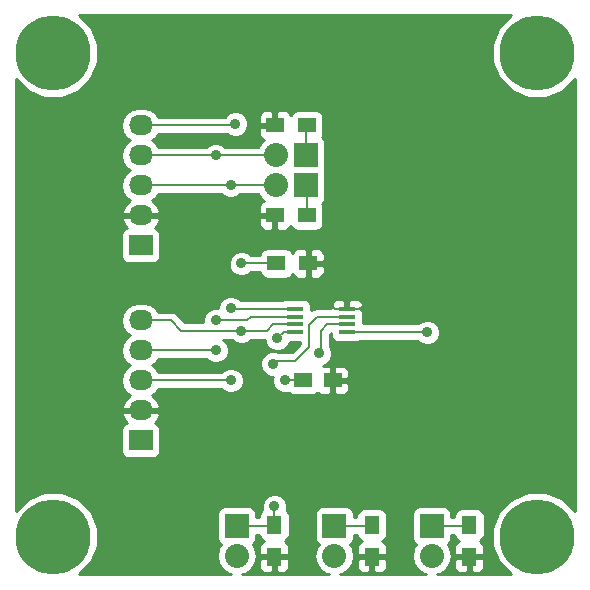
<source format=gtl>
G04 #@! TF.FileFunction,Copper,L1,Top,Signal*
%FSLAX46Y46*%
G04 Gerber Fmt 4.6, Leading zero omitted, Abs format (unit mm)*
G04 Created by KiCad (PCBNEW (after 2015-mar-04 BZR unknown)-product) date 10/13/2015 4:56:50 PM*
%MOMM*%
G01*
G04 APERTURE LIST*
%ADD10C,0.150000*%
%ADD11R,2.032000X2.032000*%
%ADD12O,2.032000X2.032000*%
%ADD13R,1.300000X1.500000*%
%ADD14R,1.500000X1.300000*%
%ADD15C,6.350000*%
%ADD16R,2.032000X1.727200*%
%ADD17O,2.032000X1.727200*%
%ADD18R,1.450000X0.450000*%
%ADD19R,1.500000X1.250000*%
%ADD20C,0.889000*%
%ADD21C,0.203200*%
%ADD22C,0.254000*%
G04 APERTURE END LIST*
D10*
D11*
X36068000Y-44069000D03*
D12*
X36068000Y-46609000D03*
D13*
X22733000Y-46689000D03*
X22733000Y-43989000D03*
X30988000Y-46689000D03*
X30988000Y-43989000D03*
X39243000Y-46689000D03*
X39243000Y-43989000D03*
D14*
X22780000Y-17780000D03*
X25480000Y-17780000D03*
X22780000Y-10160000D03*
X25480000Y-10160000D03*
D15*
X4000000Y-45000000D03*
X4000000Y-4000000D03*
X45000000Y-45000000D03*
X45000000Y-4000000D03*
D11*
X19558000Y-44069000D03*
D12*
X19558000Y-46609000D03*
D11*
X27813000Y-44069000D03*
D12*
X27813000Y-46609000D03*
D11*
X25400000Y-12700000D03*
D12*
X22860000Y-12700000D03*
D11*
X25400000Y-15240000D03*
D12*
X22860000Y-15240000D03*
D16*
X11430000Y-20320000D03*
D17*
X11430000Y-17780000D03*
X11430000Y-15240000D03*
X11430000Y-12700000D03*
X11430000Y-10160000D03*
D16*
X11430000Y-36830000D03*
D17*
X11430000Y-34290000D03*
X11430000Y-31750000D03*
X11430000Y-29210000D03*
X11430000Y-26670000D03*
D18*
X24470000Y-25695000D03*
X24470000Y-26345000D03*
X24470000Y-26995000D03*
X24470000Y-27645000D03*
X28870000Y-27645000D03*
X28870000Y-26995000D03*
X28870000Y-26345000D03*
X28870000Y-25695000D03*
D14*
X25607000Y-21844000D03*
X22907000Y-21844000D03*
D19*
X27666000Y-31750000D03*
X25166000Y-31750000D03*
D20*
X22606000Y-30353000D03*
X22733000Y-42418000D03*
X26543000Y-29464000D03*
X35687000Y-27686000D03*
X17780000Y-26670000D03*
X17780000Y-12700000D03*
X17780000Y-29210000D03*
X19050000Y-25654000D03*
X19050000Y-15240000D03*
X19050000Y-31750000D03*
X23622000Y-31750000D03*
X22987000Y-28194000D03*
X19939000Y-21844000D03*
X19939000Y-27559000D03*
X19431000Y-10033000D03*
D21*
X27686000Y-25527000D02*
X27686000Y-22860000D01*
X27854000Y-25695000D02*
X27686000Y-25527000D01*
X28870000Y-25695000D02*
X27854000Y-25695000D01*
X26670000Y-21844000D02*
X25607000Y-21844000D01*
X27686000Y-22860000D02*
X26670000Y-21844000D01*
X28870000Y-25695000D02*
X29931000Y-25695000D01*
X29931000Y-25695000D02*
X29972000Y-25654000D01*
X22733000Y-43989000D02*
X22733000Y-42418000D01*
X26360000Y-26345000D02*
X28870000Y-26345000D01*
X25654000Y-27051000D02*
X26360000Y-26345000D01*
X25654000Y-28956000D02*
X25654000Y-27051000D01*
X24511000Y-30099000D02*
X25654000Y-28956000D01*
X22860000Y-30099000D02*
X24511000Y-30099000D01*
X22606000Y-30353000D02*
X22860000Y-30099000D01*
X19558000Y-44069000D02*
X22653000Y-44069000D01*
X22653000Y-44069000D02*
X22733000Y-43989000D01*
X27234000Y-26995000D02*
X28870000Y-26995000D01*
X26670000Y-27559000D02*
X27234000Y-26995000D01*
X26670000Y-29337000D02*
X26670000Y-27559000D01*
X26543000Y-29464000D02*
X26670000Y-29337000D01*
X27813000Y-44069000D02*
X30908000Y-44069000D01*
X30908000Y-44069000D02*
X30988000Y-43989000D01*
X35687000Y-27686000D02*
X35687000Y-27645000D01*
X28870000Y-27645000D02*
X35687000Y-27645000D01*
X39163000Y-44069000D02*
X39243000Y-43989000D01*
X36068000Y-44069000D02*
X39163000Y-44069000D01*
X24470000Y-26345000D02*
X20772000Y-26345000D01*
X20447000Y-26670000D02*
X17780000Y-26670000D01*
X20772000Y-26345000D02*
X20447000Y-26670000D01*
X11430000Y-29210000D02*
X17780000Y-29210000D01*
X11430000Y-12700000D02*
X17780000Y-12700000D01*
X17780000Y-12700000D02*
X22860000Y-12700000D01*
X24470000Y-25695000D02*
X19091000Y-25695000D01*
X19091000Y-25695000D02*
X19050000Y-25654000D01*
X11430000Y-31750000D02*
X19050000Y-31750000D01*
X11430000Y-15240000D02*
X19050000Y-15240000D01*
X19050000Y-15240000D02*
X22860000Y-15240000D01*
X25166000Y-31750000D02*
X23622000Y-31750000D01*
X24470000Y-27645000D02*
X23536000Y-27645000D01*
X23536000Y-27645000D02*
X22987000Y-28194000D01*
X22907000Y-21844000D02*
X19939000Y-21844000D01*
X11430000Y-10160000D02*
X19304000Y-10160000D01*
X19304000Y-10160000D02*
X19431000Y-10033000D01*
X24470000Y-26995000D02*
X22662000Y-26995000D01*
X13970000Y-26670000D02*
X11430000Y-26670000D01*
X14859000Y-27559000D02*
X13970000Y-26670000D01*
X22098000Y-27559000D02*
X19939000Y-27559000D01*
X19939000Y-27559000D02*
X14859000Y-27559000D01*
X22662000Y-26995000D02*
X22098000Y-27559000D01*
X25400000Y-12700000D02*
X25400000Y-10240000D01*
X25400000Y-10240000D02*
X25480000Y-10160000D01*
X25607000Y-11985000D02*
X25527000Y-12065000D01*
X25480000Y-17780000D02*
X25480000Y-15320000D01*
X25480000Y-15320000D02*
X25400000Y-15240000D01*
D22*
G36*
X48174500Y-42787183D02*
X47161009Y-41771923D01*
X45761181Y-41190663D01*
X44245469Y-41189340D01*
X42844628Y-41768156D01*
X41771923Y-42838991D01*
X41190663Y-44238819D01*
X41189340Y-45754531D01*
X41768156Y-47155372D01*
X42785507Y-48174500D01*
X40528000Y-48174500D01*
X40528000Y-47565309D01*
X40528000Y-46974750D01*
X40369250Y-46816000D01*
X39370000Y-46816000D01*
X39370000Y-47915250D01*
X39528750Y-48074000D01*
X39766691Y-48074000D01*
X40019310Y-48074000D01*
X40252699Y-47977327D01*
X40431327Y-47798698D01*
X40528000Y-47565309D01*
X40528000Y-48174500D01*
X39116000Y-48174500D01*
X39116000Y-47915250D01*
X39116000Y-46816000D01*
X38116750Y-46816000D01*
X37958000Y-46974750D01*
X37958000Y-47565309D01*
X38054673Y-47798698D01*
X38233301Y-47977327D01*
X38466690Y-48074000D01*
X38719309Y-48074000D01*
X38957250Y-48074000D01*
X39116000Y-47915250D01*
X39116000Y-48174500D01*
X36530181Y-48174500D01*
X36732155Y-48134325D01*
X37267778Y-47776433D01*
X37625670Y-47240810D01*
X37751345Y-46609000D01*
X37625670Y-45977190D01*
X37398830Y-45637701D01*
X37538927Y-45545673D01*
X37681377Y-45334640D01*
X37731440Y-45085000D01*
X37731440Y-44805600D01*
X37958481Y-44805600D01*
X37992537Y-44981123D01*
X38132327Y-45193927D01*
X38343360Y-45336377D01*
X38373791Y-45342479D01*
X38233301Y-45400673D01*
X38054673Y-45579302D01*
X37958000Y-45812691D01*
X37958000Y-46403250D01*
X38116750Y-46562000D01*
X39116000Y-46562000D01*
X39116000Y-46542000D01*
X39370000Y-46542000D01*
X39370000Y-46562000D01*
X40369250Y-46562000D01*
X40528000Y-46403250D01*
X40528000Y-45812691D01*
X40431327Y-45579302D01*
X40252699Y-45400673D01*
X40114557Y-45343453D01*
X40135123Y-45339463D01*
X40347927Y-45199673D01*
X40490377Y-44988640D01*
X40540440Y-44739000D01*
X40540440Y-43239000D01*
X40493463Y-42996877D01*
X40353673Y-42784073D01*
X40142640Y-42641623D01*
X39893000Y-42591560D01*
X38593000Y-42591560D01*
X38350877Y-42638537D01*
X38138073Y-42778327D01*
X37995623Y-42989360D01*
X37945560Y-43239000D01*
X37945560Y-43332400D01*
X37731440Y-43332400D01*
X37731440Y-43053000D01*
X37684463Y-42810877D01*
X37544673Y-42598073D01*
X37333640Y-42455623D01*
X37084000Y-42405560D01*
X36766687Y-42405560D01*
X36766687Y-27472216D01*
X36602689Y-27075311D01*
X36299286Y-26771378D01*
X35902668Y-26606687D01*
X35473216Y-26606313D01*
X35076311Y-26770311D01*
X34937980Y-26908400D01*
X30242440Y-26908400D01*
X30242440Y-26770000D01*
X30222717Y-26668347D01*
X30242440Y-26570000D01*
X30242440Y-26120000D01*
X30228735Y-26049363D01*
X30230000Y-26046310D01*
X30230000Y-25966250D01*
X30208422Y-25944672D01*
X30195463Y-25877877D01*
X30055673Y-25665073D01*
X29933344Y-25582500D01*
X30071250Y-25582500D01*
X30230000Y-25423750D01*
X30230000Y-25343690D01*
X30133327Y-25110301D01*
X29954698Y-24931673D01*
X29721309Y-24835000D01*
X29155750Y-24835000D01*
X28997000Y-24993750D01*
X28997000Y-25472560D01*
X28743000Y-25472560D01*
X28743000Y-24993750D01*
X28584250Y-24835000D01*
X28018691Y-24835000D01*
X27785302Y-24931673D01*
X27606673Y-25110301D01*
X27510000Y-25343690D01*
X27510000Y-25423750D01*
X27654248Y-25567998D01*
X27510000Y-25567998D01*
X27510000Y-25608400D01*
X27063440Y-25608400D01*
X27063440Y-16256000D01*
X27063440Y-14224000D01*
X27016463Y-13981877D01*
X27009535Y-13971331D01*
X27013377Y-13965640D01*
X27063440Y-13716000D01*
X27063440Y-11684000D01*
X27016463Y-11441877D01*
X26876673Y-11229073D01*
X26764237Y-11153177D01*
X26827377Y-11059640D01*
X26877440Y-10810000D01*
X26877440Y-9510000D01*
X26830463Y-9267877D01*
X26690673Y-9055073D01*
X26479640Y-8912623D01*
X26230000Y-8862560D01*
X24730000Y-8862560D01*
X24487877Y-8909537D01*
X24275073Y-9049327D01*
X24132623Y-9260360D01*
X24126520Y-9290791D01*
X24068327Y-9150301D01*
X23889698Y-8971673D01*
X23656309Y-8875000D01*
X23065750Y-8875000D01*
X22907000Y-9033750D01*
X22907000Y-10033000D01*
X22927000Y-10033000D01*
X22927000Y-10287000D01*
X22907000Y-10287000D01*
X22907000Y-10307000D01*
X22653000Y-10307000D01*
X22653000Y-10287000D01*
X22653000Y-10033000D01*
X22653000Y-9033750D01*
X22494250Y-8875000D01*
X21903691Y-8875000D01*
X21670302Y-8971673D01*
X21491673Y-9150301D01*
X21395000Y-9383690D01*
X21395000Y-9636309D01*
X21395000Y-9874250D01*
X21553750Y-10033000D01*
X22653000Y-10033000D01*
X22653000Y-10287000D01*
X21553750Y-10287000D01*
X21395000Y-10445750D01*
X21395000Y-10683691D01*
X21395000Y-10936310D01*
X21491673Y-11169699D01*
X21670302Y-11348327D01*
X21824379Y-11412147D01*
X21692567Y-11500222D01*
X21383081Y-11963400D01*
X18569997Y-11963400D01*
X18392286Y-11785378D01*
X17995668Y-11620687D01*
X17566216Y-11620313D01*
X17169311Y-11784311D01*
X16989909Y-11963400D01*
X12890283Y-11963400D01*
X12674415Y-11640330D01*
X12359634Y-11430000D01*
X12674415Y-11219670D01*
X12890283Y-10896600D01*
X18767780Y-10896600D01*
X18818714Y-10947622D01*
X19215332Y-11112313D01*
X19644784Y-11112687D01*
X20041689Y-10948689D01*
X20345622Y-10645286D01*
X20510313Y-10248668D01*
X20510687Y-9819216D01*
X20346689Y-9422311D01*
X20043286Y-9118378D01*
X19646668Y-8953687D01*
X19217216Y-8953313D01*
X18820311Y-9117311D01*
X18516378Y-9420714D01*
X18515262Y-9423400D01*
X12890283Y-9423400D01*
X12674415Y-9100330D01*
X12188234Y-8775474D01*
X11614745Y-8661400D01*
X11245255Y-8661400D01*
X10671766Y-8775474D01*
X10185585Y-9100330D01*
X9860729Y-9586511D01*
X9746655Y-10160000D01*
X9860729Y-10733489D01*
X10185585Y-11219670D01*
X10500365Y-11430000D01*
X10185585Y-11640330D01*
X9860729Y-12126511D01*
X9746655Y-12700000D01*
X9860729Y-13273489D01*
X10185585Y-13759670D01*
X10500365Y-13970000D01*
X10185585Y-14180330D01*
X9860729Y-14666511D01*
X9746655Y-15240000D01*
X9860729Y-15813489D01*
X10185585Y-16299670D01*
X10495069Y-16506460D01*
X10079268Y-16877964D01*
X9825291Y-17405209D01*
X9822642Y-17420974D01*
X9943783Y-17653000D01*
X11303000Y-17653000D01*
X11303000Y-17633000D01*
X11557000Y-17633000D01*
X11557000Y-17653000D01*
X12916217Y-17653000D01*
X13037358Y-17420974D01*
X13034709Y-17405209D01*
X12780732Y-16877964D01*
X12364930Y-16506460D01*
X12674415Y-16299670D01*
X12890283Y-15976600D01*
X18260002Y-15976600D01*
X18437714Y-16154622D01*
X18834332Y-16319313D01*
X19263784Y-16319687D01*
X19660689Y-16155689D01*
X19840090Y-15976600D01*
X21383081Y-15976600D01*
X21692567Y-16439778D01*
X21824379Y-16527852D01*
X21670302Y-16591673D01*
X21491673Y-16770301D01*
X21395000Y-17003690D01*
X21395000Y-17256309D01*
X21395000Y-17494250D01*
X21553750Y-17653000D01*
X22653000Y-17653000D01*
X22653000Y-17633000D01*
X22907000Y-17633000D01*
X22907000Y-17653000D01*
X22927000Y-17653000D01*
X22927000Y-17907000D01*
X22907000Y-17907000D01*
X22907000Y-18906250D01*
X23065750Y-19065000D01*
X23656309Y-19065000D01*
X23889698Y-18968327D01*
X24068327Y-18789699D01*
X24125546Y-18651557D01*
X24129537Y-18672123D01*
X24269327Y-18884927D01*
X24480360Y-19027377D01*
X24730000Y-19077440D01*
X26230000Y-19077440D01*
X26472123Y-19030463D01*
X26684927Y-18890673D01*
X26827377Y-18679640D01*
X26877440Y-18430000D01*
X26877440Y-17130000D01*
X26830463Y-16887877D01*
X26764097Y-16786848D01*
X26870927Y-16716673D01*
X27013377Y-16505640D01*
X27063440Y-16256000D01*
X27063440Y-25608400D01*
X26992000Y-25608400D01*
X26992000Y-22620310D01*
X26992000Y-22367691D01*
X26992000Y-22129750D01*
X26992000Y-21558250D01*
X26992000Y-21320309D01*
X26992000Y-21067690D01*
X26895327Y-20834301D01*
X26716698Y-20655673D01*
X26483309Y-20559000D01*
X25892750Y-20559000D01*
X25734000Y-20717750D01*
X25734000Y-21717000D01*
X26833250Y-21717000D01*
X26992000Y-21558250D01*
X26992000Y-22129750D01*
X26833250Y-21971000D01*
X25734000Y-21971000D01*
X25734000Y-22970250D01*
X25892750Y-23129000D01*
X26483309Y-23129000D01*
X26716698Y-23032327D01*
X26895327Y-22853699D01*
X26992000Y-22620310D01*
X26992000Y-25608400D01*
X26360000Y-25608400D01*
X26078115Y-25664470D01*
X25842440Y-25821943D01*
X25842440Y-25470000D01*
X25795463Y-25227877D01*
X25655673Y-25015073D01*
X25480000Y-24896491D01*
X25480000Y-22970250D01*
X25480000Y-21971000D01*
X25460000Y-21971000D01*
X25460000Y-21717000D01*
X25480000Y-21717000D01*
X25480000Y-20717750D01*
X25321250Y-20559000D01*
X24730691Y-20559000D01*
X24497302Y-20655673D01*
X24318673Y-20834301D01*
X24261453Y-20972442D01*
X24257463Y-20951877D01*
X24117673Y-20739073D01*
X23906640Y-20596623D01*
X23657000Y-20546560D01*
X22653000Y-20546560D01*
X22653000Y-18906250D01*
X22653000Y-17907000D01*
X21553750Y-17907000D01*
X21395000Y-18065750D01*
X21395000Y-18303691D01*
X21395000Y-18556310D01*
X21491673Y-18789699D01*
X21670302Y-18968327D01*
X21903691Y-19065000D01*
X22494250Y-19065000D01*
X22653000Y-18906250D01*
X22653000Y-20546560D01*
X22157000Y-20546560D01*
X21914877Y-20593537D01*
X21702073Y-20733327D01*
X21559623Y-20944360D01*
X21526926Y-21107400D01*
X20728997Y-21107400D01*
X20551286Y-20929378D01*
X20154668Y-20764687D01*
X19725216Y-20764313D01*
X19328311Y-20928311D01*
X19024378Y-21231714D01*
X18859687Y-21628332D01*
X18859313Y-22057784D01*
X19023311Y-22454689D01*
X19326714Y-22758622D01*
X19723332Y-22923313D01*
X20152784Y-22923687D01*
X20549689Y-22759689D01*
X20729090Y-22580600D01*
X21526362Y-22580600D01*
X21556537Y-22736123D01*
X21696327Y-22948927D01*
X21907360Y-23091377D01*
X22157000Y-23141440D01*
X23657000Y-23141440D01*
X23899123Y-23094463D01*
X24111927Y-22954673D01*
X24254377Y-22743640D01*
X24260479Y-22713208D01*
X24318673Y-22853699D01*
X24497302Y-23032327D01*
X24730691Y-23129000D01*
X25321250Y-23129000D01*
X25480000Y-22970250D01*
X25480000Y-24896491D01*
X25444640Y-24872623D01*
X25195000Y-24822560D01*
X23745000Y-24822560D01*
X23502877Y-24869537D01*
X23367599Y-24958400D01*
X19880926Y-24958400D01*
X19662286Y-24739378D01*
X19265668Y-24574687D01*
X18836216Y-24574313D01*
X18439311Y-24738311D01*
X18135378Y-25041714D01*
X17970687Y-25438332D01*
X17970554Y-25590665D01*
X17566216Y-25590313D01*
X17169311Y-25754311D01*
X16865378Y-26057714D01*
X16700687Y-26454332D01*
X16700366Y-26822400D01*
X15164110Y-26822400D01*
X14490855Y-26149145D01*
X14251885Y-25989470D01*
X13970000Y-25933400D01*
X13093440Y-25933400D01*
X13093440Y-21183600D01*
X13093440Y-19456400D01*
X13046463Y-19214277D01*
X12906673Y-19001473D01*
X12695640Y-18859023D01*
X12603354Y-18840516D01*
X12780732Y-18682036D01*
X13034709Y-18154791D01*
X13037358Y-18139026D01*
X12916217Y-17907000D01*
X11557000Y-17907000D01*
X11557000Y-17927000D01*
X11303000Y-17927000D01*
X11303000Y-17907000D01*
X9943783Y-17907000D01*
X9822642Y-18139026D01*
X9825291Y-18154791D01*
X10079268Y-18682036D01*
X10255701Y-18839673D01*
X10171877Y-18855937D01*
X9959073Y-18995727D01*
X9816623Y-19206760D01*
X9766560Y-19456400D01*
X9766560Y-21183600D01*
X9813537Y-21425723D01*
X9953327Y-21638527D01*
X10164360Y-21780977D01*
X10414000Y-21831040D01*
X12446000Y-21831040D01*
X12688123Y-21784063D01*
X12900927Y-21644273D01*
X13043377Y-21433240D01*
X13093440Y-21183600D01*
X13093440Y-25933400D01*
X12890283Y-25933400D01*
X12674415Y-25610330D01*
X12188234Y-25285474D01*
X11614745Y-25171400D01*
X11245255Y-25171400D01*
X10671766Y-25285474D01*
X10185585Y-25610330D01*
X9860729Y-26096511D01*
X9746655Y-26670000D01*
X9860729Y-27243489D01*
X10185585Y-27729670D01*
X10500365Y-27940000D01*
X10185585Y-28150330D01*
X9860729Y-28636511D01*
X9746655Y-29210000D01*
X9860729Y-29783489D01*
X10185585Y-30269670D01*
X10500365Y-30480000D01*
X10185585Y-30690330D01*
X9860729Y-31176511D01*
X9746655Y-31750000D01*
X9860729Y-32323489D01*
X10185585Y-32809670D01*
X10495069Y-33016460D01*
X10079268Y-33387964D01*
X9825291Y-33915209D01*
X9822642Y-33930974D01*
X9943783Y-34163000D01*
X11303000Y-34163000D01*
X11303000Y-34143000D01*
X11557000Y-34143000D01*
X11557000Y-34163000D01*
X12916217Y-34163000D01*
X13037358Y-33930974D01*
X13034709Y-33915209D01*
X12780732Y-33387964D01*
X12364930Y-33016460D01*
X12674415Y-32809670D01*
X12890283Y-32486600D01*
X18260002Y-32486600D01*
X18437714Y-32664622D01*
X18834332Y-32829313D01*
X19263784Y-32829687D01*
X19660689Y-32665689D01*
X19964622Y-32362286D01*
X20129313Y-31965668D01*
X20129687Y-31536216D01*
X19965689Y-31139311D01*
X19662286Y-30835378D01*
X19265668Y-30670687D01*
X18836216Y-30670313D01*
X18439311Y-30834311D01*
X18259909Y-31013400D01*
X12890283Y-31013400D01*
X12674415Y-30690330D01*
X12359634Y-30480000D01*
X12674415Y-30269670D01*
X12890283Y-29946600D01*
X16990002Y-29946600D01*
X17167714Y-30124622D01*
X17564332Y-30289313D01*
X17993784Y-30289687D01*
X18390689Y-30125689D01*
X18694622Y-29822286D01*
X18859313Y-29425668D01*
X18859687Y-28996216D01*
X18695689Y-28599311D01*
X18392507Y-28295600D01*
X19149002Y-28295600D01*
X19326714Y-28473622D01*
X19723332Y-28638313D01*
X20152784Y-28638687D01*
X20549689Y-28474689D01*
X20729090Y-28295600D01*
X21907410Y-28295600D01*
X21907313Y-28407784D01*
X22071311Y-28804689D01*
X22374714Y-29108622D01*
X22771332Y-29273313D01*
X23200784Y-29273687D01*
X23597689Y-29109689D01*
X23901622Y-28806286D01*
X24021561Y-28517440D01*
X24917400Y-28517440D01*
X24917400Y-28650890D01*
X24205890Y-29362400D01*
X23035311Y-29362400D01*
X22821668Y-29273687D01*
X22392216Y-29273313D01*
X21995311Y-29437311D01*
X21691378Y-29740714D01*
X21526687Y-30137332D01*
X21526313Y-30566784D01*
X21690311Y-30963689D01*
X21993714Y-31267622D01*
X22390332Y-31432313D01*
X22584978Y-31432482D01*
X22542687Y-31534332D01*
X22542313Y-31963784D01*
X22706311Y-32360689D01*
X23009714Y-32664622D01*
X23406332Y-32829313D01*
X23835784Y-32829687D01*
X23929682Y-32790888D01*
X23955327Y-32829927D01*
X24166360Y-32972377D01*
X24416000Y-33022440D01*
X25916000Y-33022440D01*
X26158123Y-32975463D01*
X26370927Y-32835673D01*
X26414337Y-32771362D01*
X26556302Y-32913327D01*
X26789691Y-33010000D01*
X27380250Y-33010000D01*
X27539000Y-32851250D01*
X27539000Y-31877000D01*
X27519000Y-31877000D01*
X27519000Y-31623000D01*
X27539000Y-31623000D01*
X27539000Y-30648750D01*
X27380250Y-30490000D01*
X26886716Y-30490000D01*
X27153689Y-30379689D01*
X27457622Y-30076286D01*
X27622313Y-29679668D01*
X27622687Y-29250216D01*
X27458689Y-28853311D01*
X27406600Y-28801131D01*
X27406600Y-27864110D01*
X27497560Y-27773150D01*
X27497560Y-27870000D01*
X27544537Y-28112123D01*
X27684327Y-28324927D01*
X27895360Y-28467377D01*
X28145000Y-28517440D01*
X29595000Y-28517440D01*
X29837123Y-28470463D01*
X29972400Y-28381600D01*
X34856073Y-28381600D01*
X35074714Y-28600622D01*
X35471332Y-28765313D01*
X35900784Y-28765687D01*
X36297689Y-28601689D01*
X36601622Y-28298286D01*
X36766313Y-27901668D01*
X36766687Y-27472216D01*
X36766687Y-42405560D01*
X35052000Y-42405560D01*
X34809877Y-42452537D01*
X34597073Y-42592327D01*
X34454623Y-42803360D01*
X34404560Y-43053000D01*
X34404560Y-45085000D01*
X34451537Y-45327123D01*
X34591327Y-45539927D01*
X34736860Y-45638163D01*
X34510330Y-45977190D01*
X34384655Y-46609000D01*
X34510330Y-47240810D01*
X34868222Y-47776433D01*
X35403845Y-48134325D01*
X35605818Y-48174500D01*
X32273000Y-48174500D01*
X32273000Y-47565309D01*
X32273000Y-46974750D01*
X32114250Y-46816000D01*
X31115000Y-46816000D01*
X31115000Y-47915250D01*
X31273750Y-48074000D01*
X31511691Y-48074000D01*
X31764310Y-48074000D01*
X31997699Y-47977327D01*
X32176327Y-47798698D01*
X32273000Y-47565309D01*
X32273000Y-48174500D01*
X30861000Y-48174500D01*
X30861000Y-47915250D01*
X30861000Y-46816000D01*
X29861750Y-46816000D01*
X29703000Y-46974750D01*
X29703000Y-47565309D01*
X29799673Y-47798698D01*
X29978301Y-47977327D01*
X30211690Y-48074000D01*
X30464309Y-48074000D01*
X30702250Y-48074000D01*
X30861000Y-47915250D01*
X30861000Y-48174500D01*
X28275181Y-48174500D01*
X28477155Y-48134325D01*
X29012778Y-47776433D01*
X29370670Y-47240810D01*
X29496345Y-46609000D01*
X29370670Y-45977190D01*
X29143830Y-45637701D01*
X29283927Y-45545673D01*
X29426377Y-45334640D01*
X29476440Y-45085000D01*
X29476440Y-44805600D01*
X29703481Y-44805600D01*
X29737537Y-44981123D01*
X29877327Y-45193927D01*
X30088360Y-45336377D01*
X30118791Y-45342479D01*
X29978301Y-45400673D01*
X29799673Y-45579302D01*
X29703000Y-45812691D01*
X29703000Y-46403250D01*
X29861750Y-46562000D01*
X30861000Y-46562000D01*
X30861000Y-46542000D01*
X31115000Y-46542000D01*
X31115000Y-46562000D01*
X32114250Y-46562000D01*
X32273000Y-46403250D01*
X32273000Y-45812691D01*
X32176327Y-45579302D01*
X31997699Y-45400673D01*
X31859557Y-45343453D01*
X31880123Y-45339463D01*
X32092927Y-45199673D01*
X32235377Y-44988640D01*
X32285440Y-44739000D01*
X32285440Y-43239000D01*
X32238463Y-42996877D01*
X32098673Y-42784073D01*
X31887640Y-42641623D01*
X31638000Y-42591560D01*
X30338000Y-42591560D01*
X30095877Y-42638537D01*
X29883073Y-42778327D01*
X29740623Y-42989360D01*
X29690560Y-43239000D01*
X29690560Y-43332400D01*
X29476440Y-43332400D01*
X29476440Y-43053000D01*
X29429463Y-42810877D01*
X29289673Y-42598073D01*
X29078640Y-42455623D01*
X29051000Y-42450080D01*
X29051000Y-32501310D01*
X29051000Y-32248691D01*
X29051000Y-32035750D01*
X29051000Y-31464250D01*
X29051000Y-31251309D01*
X29051000Y-30998690D01*
X28954327Y-30765301D01*
X28775698Y-30586673D01*
X28542309Y-30490000D01*
X27951750Y-30490000D01*
X27793000Y-30648750D01*
X27793000Y-31623000D01*
X28892250Y-31623000D01*
X29051000Y-31464250D01*
X29051000Y-32035750D01*
X28892250Y-31877000D01*
X27793000Y-31877000D01*
X27793000Y-32851250D01*
X27951750Y-33010000D01*
X28542309Y-33010000D01*
X28775698Y-32913327D01*
X28954327Y-32734699D01*
X29051000Y-32501310D01*
X29051000Y-42450080D01*
X28829000Y-42405560D01*
X26797000Y-42405560D01*
X26554877Y-42452537D01*
X26342073Y-42592327D01*
X26199623Y-42803360D01*
X26149560Y-43053000D01*
X26149560Y-45085000D01*
X26196537Y-45327123D01*
X26336327Y-45539927D01*
X26481860Y-45638163D01*
X26255330Y-45977190D01*
X26129655Y-46609000D01*
X26255330Y-47240810D01*
X26613222Y-47776433D01*
X27148845Y-48134325D01*
X27350818Y-48174500D01*
X24018000Y-48174500D01*
X24018000Y-47565309D01*
X24018000Y-46974750D01*
X23859250Y-46816000D01*
X22860000Y-46816000D01*
X22860000Y-47915250D01*
X23018750Y-48074000D01*
X23256691Y-48074000D01*
X23509310Y-48074000D01*
X23742699Y-47977327D01*
X23921327Y-47798698D01*
X24018000Y-47565309D01*
X24018000Y-48174500D01*
X22606000Y-48174500D01*
X22606000Y-47915250D01*
X22606000Y-46816000D01*
X21606750Y-46816000D01*
X21448000Y-46974750D01*
X21448000Y-47565309D01*
X21544673Y-47798698D01*
X21723301Y-47977327D01*
X21956690Y-48074000D01*
X22209309Y-48074000D01*
X22447250Y-48074000D01*
X22606000Y-47915250D01*
X22606000Y-48174500D01*
X20020181Y-48174500D01*
X20222155Y-48134325D01*
X20757778Y-47776433D01*
X21115670Y-47240810D01*
X21241345Y-46609000D01*
X21115670Y-45977190D01*
X20888830Y-45637701D01*
X21028927Y-45545673D01*
X21171377Y-45334640D01*
X21221440Y-45085000D01*
X21221440Y-44805600D01*
X21448481Y-44805600D01*
X21482537Y-44981123D01*
X21622327Y-45193927D01*
X21833360Y-45336377D01*
X21863791Y-45342479D01*
X21723301Y-45400673D01*
X21544673Y-45579302D01*
X21448000Y-45812691D01*
X21448000Y-46403250D01*
X21606750Y-46562000D01*
X22606000Y-46562000D01*
X22606000Y-46542000D01*
X22860000Y-46542000D01*
X22860000Y-46562000D01*
X23859250Y-46562000D01*
X24018000Y-46403250D01*
X24018000Y-45812691D01*
X23921327Y-45579302D01*
X23742699Y-45400673D01*
X23604557Y-45343453D01*
X23625123Y-45339463D01*
X23837927Y-45199673D01*
X23980377Y-44988640D01*
X24030440Y-44739000D01*
X24030440Y-43239000D01*
X23983463Y-42996877D01*
X23843673Y-42784073D01*
X23770397Y-42734611D01*
X23812313Y-42633668D01*
X23812687Y-42204216D01*
X23648689Y-41807311D01*
X23345286Y-41503378D01*
X22948668Y-41338687D01*
X22519216Y-41338313D01*
X22122311Y-41502311D01*
X21818378Y-41805714D01*
X21653687Y-42202332D01*
X21653313Y-42631784D01*
X21695548Y-42734002D01*
X21628073Y-42778327D01*
X21485623Y-42989360D01*
X21435560Y-43239000D01*
X21435560Y-43332400D01*
X21221440Y-43332400D01*
X21221440Y-43053000D01*
X21174463Y-42810877D01*
X21034673Y-42598073D01*
X20823640Y-42455623D01*
X20574000Y-42405560D01*
X18542000Y-42405560D01*
X18299877Y-42452537D01*
X18087073Y-42592327D01*
X17944623Y-42803360D01*
X17894560Y-43053000D01*
X17894560Y-45085000D01*
X17941537Y-45327123D01*
X18081327Y-45539927D01*
X18226860Y-45638163D01*
X18000330Y-45977190D01*
X17874655Y-46609000D01*
X18000330Y-47240810D01*
X18358222Y-47776433D01*
X18893845Y-48134325D01*
X19095818Y-48174500D01*
X13093440Y-48174500D01*
X13093440Y-37693600D01*
X13093440Y-35966400D01*
X13046463Y-35724277D01*
X12906673Y-35511473D01*
X12695640Y-35369023D01*
X12603354Y-35350516D01*
X12780732Y-35192036D01*
X13034709Y-34664791D01*
X13037358Y-34649026D01*
X12916217Y-34417000D01*
X11557000Y-34417000D01*
X11557000Y-34437000D01*
X11303000Y-34437000D01*
X11303000Y-34417000D01*
X9943783Y-34417000D01*
X9822642Y-34649026D01*
X9825291Y-34664791D01*
X10079268Y-35192036D01*
X10255701Y-35349673D01*
X10171877Y-35365937D01*
X9959073Y-35505727D01*
X9816623Y-35716760D01*
X9766560Y-35966400D01*
X9766560Y-37693600D01*
X9813537Y-37935723D01*
X9953327Y-38148527D01*
X10164360Y-38290977D01*
X10414000Y-38341040D01*
X12446000Y-38341040D01*
X12688123Y-38294063D01*
X12900927Y-38154273D01*
X13043377Y-37943240D01*
X13093440Y-37693600D01*
X13093440Y-48174500D01*
X6212816Y-48174500D01*
X7228077Y-47161009D01*
X7809337Y-45761181D01*
X7810660Y-44245469D01*
X7231844Y-42844628D01*
X6161009Y-41771923D01*
X4761181Y-41190663D01*
X3245469Y-41189340D01*
X1844628Y-41768156D01*
X825500Y-42785507D01*
X825500Y-6212816D01*
X1838991Y-7228077D01*
X3238819Y-7809337D01*
X4754531Y-7810660D01*
X6155372Y-7231844D01*
X7228077Y-6161009D01*
X7809337Y-4761181D01*
X7810660Y-3245469D01*
X7231844Y-1844628D01*
X6214492Y-825500D01*
X42787183Y-825500D01*
X41771923Y-1838991D01*
X41190663Y-3238819D01*
X41189340Y-4754531D01*
X41768156Y-6155372D01*
X42838991Y-7228077D01*
X44238819Y-7809337D01*
X45754531Y-7810660D01*
X47155372Y-7231844D01*
X48174500Y-6214492D01*
X48174500Y-42787183D01*
X48174500Y-42787183D01*
G37*
X48174500Y-42787183D02*
X47161009Y-41771923D01*
X45761181Y-41190663D01*
X44245469Y-41189340D01*
X42844628Y-41768156D01*
X41771923Y-42838991D01*
X41190663Y-44238819D01*
X41189340Y-45754531D01*
X41768156Y-47155372D01*
X42785507Y-48174500D01*
X40528000Y-48174500D01*
X40528000Y-47565309D01*
X40528000Y-46974750D01*
X40369250Y-46816000D01*
X39370000Y-46816000D01*
X39370000Y-47915250D01*
X39528750Y-48074000D01*
X39766691Y-48074000D01*
X40019310Y-48074000D01*
X40252699Y-47977327D01*
X40431327Y-47798698D01*
X40528000Y-47565309D01*
X40528000Y-48174500D01*
X39116000Y-48174500D01*
X39116000Y-47915250D01*
X39116000Y-46816000D01*
X38116750Y-46816000D01*
X37958000Y-46974750D01*
X37958000Y-47565309D01*
X38054673Y-47798698D01*
X38233301Y-47977327D01*
X38466690Y-48074000D01*
X38719309Y-48074000D01*
X38957250Y-48074000D01*
X39116000Y-47915250D01*
X39116000Y-48174500D01*
X36530181Y-48174500D01*
X36732155Y-48134325D01*
X37267778Y-47776433D01*
X37625670Y-47240810D01*
X37751345Y-46609000D01*
X37625670Y-45977190D01*
X37398830Y-45637701D01*
X37538927Y-45545673D01*
X37681377Y-45334640D01*
X37731440Y-45085000D01*
X37731440Y-44805600D01*
X37958481Y-44805600D01*
X37992537Y-44981123D01*
X38132327Y-45193927D01*
X38343360Y-45336377D01*
X38373791Y-45342479D01*
X38233301Y-45400673D01*
X38054673Y-45579302D01*
X37958000Y-45812691D01*
X37958000Y-46403250D01*
X38116750Y-46562000D01*
X39116000Y-46562000D01*
X39116000Y-46542000D01*
X39370000Y-46542000D01*
X39370000Y-46562000D01*
X40369250Y-46562000D01*
X40528000Y-46403250D01*
X40528000Y-45812691D01*
X40431327Y-45579302D01*
X40252699Y-45400673D01*
X40114557Y-45343453D01*
X40135123Y-45339463D01*
X40347927Y-45199673D01*
X40490377Y-44988640D01*
X40540440Y-44739000D01*
X40540440Y-43239000D01*
X40493463Y-42996877D01*
X40353673Y-42784073D01*
X40142640Y-42641623D01*
X39893000Y-42591560D01*
X38593000Y-42591560D01*
X38350877Y-42638537D01*
X38138073Y-42778327D01*
X37995623Y-42989360D01*
X37945560Y-43239000D01*
X37945560Y-43332400D01*
X37731440Y-43332400D01*
X37731440Y-43053000D01*
X37684463Y-42810877D01*
X37544673Y-42598073D01*
X37333640Y-42455623D01*
X37084000Y-42405560D01*
X36766687Y-42405560D01*
X36766687Y-27472216D01*
X36602689Y-27075311D01*
X36299286Y-26771378D01*
X35902668Y-26606687D01*
X35473216Y-26606313D01*
X35076311Y-26770311D01*
X34937980Y-26908400D01*
X30242440Y-26908400D01*
X30242440Y-26770000D01*
X30222717Y-26668347D01*
X30242440Y-26570000D01*
X30242440Y-26120000D01*
X30228735Y-26049363D01*
X30230000Y-26046310D01*
X30230000Y-25966250D01*
X30208422Y-25944672D01*
X30195463Y-25877877D01*
X30055673Y-25665073D01*
X29933344Y-25582500D01*
X30071250Y-25582500D01*
X30230000Y-25423750D01*
X30230000Y-25343690D01*
X30133327Y-25110301D01*
X29954698Y-24931673D01*
X29721309Y-24835000D01*
X29155750Y-24835000D01*
X28997000Y-24993750D01*
X28997000Y-25472560D01*
X28743000Y-25472560D01*
X28743000Y-24993750D01*
X28584250Y-24835000D01*
X28018691Y-24835000D01*
X27785302Y-24931673D01*
X27606673Y-25110301D01*
X27510000Y-25343690D01*
X27510000Y-25423750D01*
X27654248Y-25567998D01*
X27510000Y-25567998D01*
X27510000Y-25608400D01*
X27063440Y-25608400D01*
X27063440Y-16256000D01*
X27063440Y-14224000D01*
X27016463Y-13981877D01*
X27009535Y-13971331D01*
X27013377Y-13965640D01*
X27063440Y-13716000D01*
X27063440Y-11684000D01*
X27016463Y-11441877D01*
X26876673Y-11229073D01*
X26764237Y-11153177D01*
X26827377Y-11059640D01*
X26877440Y-10810000D01*
X26877440Y-9510000D01*
X26830463Y-9267877D01*
X26690673Y-9055073D01*
X26479640Y-8912623D01*
X26230000Y-8862560D01*
X24730000Y-8862560D01*
X24487877Y-8909537D01*
X24275073Y-9049327D01*
X24132623Y-9260360D01*
X24126520Y-9290791D01*
X24068327Y-9150301D01*
X23889698Y-8971673D01*
X23656309Y-8875000D01*
X23065750Y-8875000D01*
X22907000Y-9033750D01*
X22907000Y-10033000D01*
X22927000Y-10033000D01*
X22927000Y-10287000D01*
X22907000Y-10287000D01*
X22907000Y-10307000D01*
X22653000Y-10307000D01*
X22653000Y-10287000D01*
X22653000Y-10033000D01*
X22653000Y-9033750D01*
X22494250Y-8875000D01*
X21903691Y-8875000D01*
X21670302Y-8971673D01*
X21491673Y-9150301D01*
X21395000Y-9383690D01*
X21395000Y-9636309D01*
X21395000Y-9874250D01*
X21553750Y-10033000D01*
X22653000Y-10033000D01*
X22653000Y-10287000D01*
X21553750Y-10287000D01*
X21395000Y-10445750D01*
X21395000Y-10683691D01*
X21395000Y-10936310D01*
X21491673Y-11169699D01*
X21670302Y-11348327D01*
X21824379Y-11412147D01*
X21692567Y-11500222D01*
X21383081Y-11963400D01*
X18569997Y-11963400D01*
X18392286Y-11785378D01*
X17995668Y-11620687D01*
X17566216Y-11620313D01*
X17169311Y-11784311D01*
X16989909Y-11963400D01*
X12890283Y-11963400D01*
X12674415Y-11640330D01*
X12359634Y-11430000D01*
X12674415Y-11219670D01*
X12890283Y-10896600D01*
X18767780Y-10896600D01*
X18818714Y-10947622D01*
X19215332Y-11112313D01*
X19644784Y-11112687D01*
X20041689Y-10948689D01*
X20345622Y-10645286D01*
X20510313Y-10248668D01*
X20510687Y-9819216D01*
X20346689Y-9422311D01*
X20043286Y-9118378D01*
X19646668Y-8953687D01*
X19217216Y-8953313D01*
X18820311Y-9117311D01*
X18516378Y-9420714D01*
X18515262Y-9423400D01*
X12890283Y-9423400D01*
X12674415Y-9100330D01*
X12188234Y-8775474D01*
X11614745Y-8661400D01*
X11245255Y-8661400D01*
X10671766Y-8775474D01*
X10185585Y-9100330D01*
X9860729Y-9586511D01*
X9746655Y-10160000D01*
X9860729Y-10733489D01*
X10185585Y-11219670D01*
X10500365Y-11430000D01*
X10185585Y-11640330D01*
X9860729Y-12126511D01*
X9746655Y-12700000D01*
X9860729Y-13273489D01*
X10185585Y-13759670D01*
X10500365Y-13970000D01*
X10185585Y-14180330D01*
X9860729Y-14666511D01*
X9746655Y-15240000D01*
X9860729Y-15813489D01*
X10185585Y-16299670D01*
X10495069Y-16506460D01*
X10079268Y-16877964D01*
X9825291Y-17405209D01*
X9822642Y-17420974D01*
X9943783Y-17653000D01*
X11303000Y-17653000D01*
X11303000Y-17633000D01*
X11557000Y-17633000D01*
X11557000Y-17653000D01*
X12916217Y-17653000D01*
X13037358Y-17420974D01*
X13034709Y-17405209D01*
X12780732Y-16877964D01*
X12364930Y-16506460D01*
X12674415Y-16299670D01*
X12890283Y-15976600D01*
X18260002Y-15976600D01*
X18437714Y-16154622D01*
X18834332Y-16319313D01*
X19263784Y-16319687D01*
X19660689Y-16155689D01*
X19840090Y-15976600D01*
X21383081Y-15976600D01*
X21692567Y-16439778D01*
X21824379Y-16527852D01*
X21670302Y-16591673D01*
X21491673Y-16770301D01*
X21395000Y-17003690D01*
X21395000Y-17256309D01*
X21395000Y-17494250D01*
X21553750Y-17653000D01*
X22653000Y-17653000D01*
X22653000Y-17633000D01*
X22907000Y-17633000D01*
X22907000Y-17653000D01*
X22927000Y-17653000D01*
X22927000Y-17907000D01*
X22907000Y-17907000D01*
X22907000Y-18906250D01*
X23065750Y-19065000D01*
X23656309Y-19065000D01*
X23889698Y-18968327D01*
X24068327Y-18789699D01*
X24125546Y-18651557D01*
X24129537Y-18672123D01*
X24269327Y-18884927D01*
X24480360Y-19027377D01*
X24730000Y-19077440D01*
X26230000Y-19077440D01*
X26472123Y-19030463D01*
X26684927Y-18890673D01*
X26827377Y-18679640D01*
X26877440Y-18430000D01*
X26877440Y-17130000D01*
X26830463Y-16887877D01*
X26764097Y-16786848D01*
X26870927Y-16716673D01*
X27013377Y-16505640D01*
X27063440Y-16256000D01*
X27063440Y-25608400D01*
X26992000Y-25608400D01*
X26992000Y-22620310D01*
X26992000Y-22367691D01*
X26992000Y-22129750D01*
X26992000Y-21558250D01*
X26992000Y-21320309D01*
X26992000Y-21067690D01*
X26895327Y-20834301D01*
X26716698Y-20655673D01*
X26483309Y-20559000D01*
X25892750Y-20559000D01*
X25734000Y-20717750D01*
X25734000Y-21717000D01*
X26833250Y-21717000D01*
X26992000Y-21558250D01*
X26992000Y-22129750D01*
X26833250Y-21971000D01*
X25734000Y-21971000D01*
X25734000Y-22970250D01*
X25892750Y-23129000D01*
X26483309Y-23129000D01*
X26716698Y-23032327D01*
X26895327Y-22853699D01*
X26992000Y-22620310D01*
X26992000Y-25608400D01*
X26360000Y-25608400D01*
X26078115Y-25664470D01*
X25842440Y-25821943D01*
X25842440Y-25470000D01*
X25795463Y-25227877D01*
X25655673Y-25015073D01*
X25480000Y-24896491D01*
X25480000Y-22970250D01*
X25480000Y-21971000D01*
X25460000Y-21971000D01*
X25460000Y-21717000D01*
X25480000Y-21717000D01*
X25480000Y-20717750D01*
X25321250Y-20559000D01*
X24730691Y-20559000D01*
X24497302Y-20655673D01*
X24318673Y-20834301D01*
X24261453Y-20972442D01*
X24257463Y-20951877D01*
X24117673Y-20739073D01*
X23906640Y-20596623D01*
X23657000Y-20546560D01*
X22653000Y-20546560D01*
X22653000Y-18906250D01*
X22653000Y-17907000D01*
X21553750Y-17907000D01*
X21395000Y-18065750D01*
X21395000Y-18303691D01*
X21395000Y-18556310D01*
X21491673Y-18789699D01*
X21670302Y-18968327D01*
X21903691Y-19065000D01*
X22494250Y-19065000D01*
X22653000Y-18906250D01*
X22653000Y-20546560D01*
X22157000Y-20546560D01*
X21914877Y-20593537D01*
X21702073Y-20733327D01*
X21559623Y-20944360D01*
X21526926Y-21107400D01*
X20728997Y-21107400D01*
X20551286Y-20929378D01*
X20154668Y-20764687D01*
X19725216Y-20764313D01*
X19328311Y-20928311D01*
X19024378Y-21231714D01*
X18859687Y-21628332D01*
X18859313Y-22057784D01*
X19023311Y-22454689D01*
X19326714Y-22758622D01*
X19723332Y-22923313D01*
X20152784Y-22923687D01*
X20549689Y-22759689D01*
X20729090Y-22580600D01*
X21526362Y-22580600D01*
X21556537Y-22736123D01*
X21696327Y-22948927D01*
X21907360Y-23091377D01*
X22157000Y-23141440D01*
X23657000Y-23141440D01*
X23899123Y-23094463D01*
X24111927Y-22954673D01*
X24254377Y-22743640D01*
X24260479Y-22713208D01*
X24318673Y-22853699D01*
X24497302Y-23032327D01*
X24730691Y-23129000D01*
X25321250Y-23129000D01*
X25480000Y-22970250D01*
X25480000Y-24896491D01*
X25444640Y-24872623D01*
X25195000Y-24822560D01*
X23745000Y-24822560D01*
X23502877Y-24869537D01*
X23367599Y-24958400D01*
X19880926Y-24958400D01*
X19662286Y-24739378D01*
X19265668Y-24574687D01*
X18836216Y-24574313D01*
X18439311Y-24738311D01*
X18135378Y-25041714D01*
X17970687Y-25438332D01*
X17970554Y-25590665D01*
X17566216Y-25590313D01*
X17169311Y-25754311D01*
X16865378Y-26057714D01*
X16700687Y-26454332D01*
X16700366Y-26822400D01*
X15164110Y-26822400D01*
X14490855Y-26149145D01*
X14251885Y-25989470D01*
X13970000Y-25933400D01*
X13093440Y-25933400D01*
X13093440Y-21183600D01*
X13093440Y-19456400D01*
X13046463Y-19214277D01*
X12906673Y-19001473D01*
X12695640Y-18859023D01*
X12603354Y-18840516D01*
X12780732Y-18682036D01*
X13034709Y-18154791D01*
X13037358Y-18139026D01*
X12916217Y-17907000D01*
X11557000Y-17907000D01*
X11557000Y-17927000D01*
X11303000Y-17927000D01*
X11303000Y-17907000D01*
X9943783Y-17907000D01*
X9822642Y-18139026D01*
X9825291Y-18154791D01*
X10079268Y-18682036D01*
X10255701Y-18839673D01*
X10171877Y-18855937D01*
X9959073Y-18995727D01*
X9816623Y-19206760D01*
X9766560Y-19456400D01*
X9766560Y-21183600D01*
X9813537Y-21425723D01*
X9953327Y-21638527D01*
X10164360Y-21780977D01*
X10414000Y-21831040D01*
X12446000Y-21831040D01*
X12688123Y-21784063D01*
X12900927Y-21644273D01*
X13043377Y-21433240D01*
X13093440Y-21183600D01*
X13093440Y-25933400D01*
X12890283Y-25933400D01*
X12674415Y-25610330D01*
X12188234Y-25285474D01*
X11614745Y-25171400D01*
X11245255Y-25171400D01*
X10671766Y-25285474D01*
X10185585Y-25610330D01*
X9860729Y-26096511D01*
X9746655Y-26670000D01*
X9860729Y-27243489D01*
X10185585Y-27729670D01*
X10500365Y-27940000D01*
X10185585Y-28150330D01*
X9860729Y-28636511D01*
X9746655Y-29210000D01*
X9860729Y-29783489D01*
X10185585Y-30269670D01*
X10500365Y-30480000D01*
X10185585Y-30690330D01*
X9860729Y-31176511D01*
X9746655Y-31750000D01*
X9860729Y-32323489D01*
X10185585Y-32809670D01*
X10495069Y-33016460D01*
X10079268Y-33387964D01*
X9825291Y-33915209D01*
X9822642Y-33930974D01*
X9943783Y-34163000D01*
X11303000Y-34163000D01*
X11303000Y-34143000D01*
X11557000Y-34143000D01*
X11557000Y-34163000D01*
X12916217Y-34163000D01*
X13037358Y-33930974D01*
X13034709Y-33915209D01*
X12780732Y-33387964D01*
X12364930Y-33016460D01*
X12674415Y-32809670D01*
X12890283Y-32486600D01*
X18260002Y-32486600D01*
X18437714Y-32664622D01*
X18834332Y-32829313D01*
X19263784Y-32829687D01*
X19660689Y-32665689D01*
X19964622Y-32362286D01*
X20129313Y-31965668D01*
X20129687Y-31536216D01*
X19965689Y-31139311D01*
X19662286Y-30835378D01*
X19265668Y-30670687D01*
X18836216Y-30670313D01*
X18439311Y-30834311D01*
X18259909Y-31013400D01*
X12890283Y-31013400D01*
X12674415Y-30690330D01*
X12359634Y-30480000D01*
X12674415Y-30269670D01*
X12890283Y-29946600D01*
X16990002Y-29946600D01*
X17167714Y-30124622D01*
X17564332Y-30289313D01*
X17993784Y-30289687D01*
X18390689Y-30125689D01*
X18694622Y-29822286D01*
X18859313Y-29425668D01*
X18859687Y-28996216D01*
X18695689Y-28599311D01*
X18392507Y-28295600D01*
X19149002Y-28295600D01*
X19326714Y-28473622D01*
X19723332Y-28638313D01*
X20152784Y-28638687D01*
X20549689Y-28474689D01*
X20729090Y-28295600D01*
X21907410Y-28295600D01*
X21907313Y-28407784D01*
X22071311Y-28804689D01*
X22374714Y-29108622D01*
X22771332Y-29273313D01*
X23200784Y-29273687D01*
X23597689Y-29109689D01*
X23901622Y-28806286D01*
X24021561Y-28517440D01*
X24917400Y-28517440D01*
X24917400Y-28650890D01*
X24205890Y-29362400D01*
X23035311Y-29362400D01*
X22821668Y-29273687D01*
X22392216Y-29273313D01*
X21995311Y-29437311D01*
X21691378Y-29740714D01*
X21526687Y-30137332D01*
X21526313Y-30566784D01*
X21690311Y-30963689D01*
X21993714Y-31267622D01*
X22390332Y-31432313D01*
X22584978Y-31432482D01*
X22542687Y-31534332D01*
X22542313Y-31963784D01*
X22706311Y-32360689D01*
X23009714Y-32664622D01*
X23406332Y-32829313D01*
X23835784Y-32829687D01*
X23929682Y-32790888D01*
X23955327Y-32829927D01*
X24166360Y-32972377D01*
X24416000Y-33022440D01*
X25916000Y-33022440D01*
X26158123Y-32975463D01*
X26370927Y-32835673D01*
X26414337Y-32771362D01*
X26556302Y-32913327D01*
X26789691Y-33010000D01*
X27380250Y-33010000D01*
X27539000Y-32851250D01*
X27539000Y-31877000D01*
X27519000Y-31877000D01*
X27519000Y-31623000D01*
X27539000Y-31623000D01*
X27539000Y-30648750D01*
X27380250Y-30490000D01*
X26886716Y-30490000D01*
X27153689Y-30379689D01*
X27457622Y-30076286D01*
X27622313Y-29679668D01*
X27622687Y-29250216D01*
X27458689Y-28853311D01*
X27406600Y-28801131D01*
X27406600Y-27864110D01*
X27497560Y-27773150D01*
X27497560Y-27870000D01*
X27544537Y-28112123D01*
X27684327Y-28324927D01*
X27895360Y-28467377D01*
X28145000Y-28517440D01*
X29595000Y-28517440D01*
X29837123Y-28470463D01*
X29972400Y-28381600D01*
X34856073Y-28381600D01*
X35074714Y-28600622D01*
X35471332Y-28765313D01*
X35900784Y-28765687D01*
X36297689Y-28601689D01*
X36601622Y-28298286D01*
X36766313Y-27901668D01*
X36766687Y-27472216D01*
X36766687Y-42405560D01*
X35052000Y-42405560D01*
X34809877Y-42452537D01*
X34597073Y-42592327D01*
X34454623Y-42803360D01*
X34404560Y-43053000D01*
X34404560Y-45085000D01*
X34451537Y-45327123D01*
X34591327Y-45539927D01*
X34736860Y-45638163D01*
X34510330Y-45977190D01*
X34384655Y-46609000D01*
X34510330Y-47240810D01*
X34868222Y-47776433D01*
X35403845Y-48134325D01*
X35605818Y-48174500D01*
X32273000Y-48174500D01*
X32273000Y-47565309D01*
X32273000Y-46974750D01*
X32114250Y-46816000D01*
X31115000Y-46816000D01*
X31115000Y-47915250D01*
X31273750Y-48074000D01*
X31511691Y-48074000D01*
X31764310Y-48074000D01*
X31997699Y-47977327D01*
X32176327Y-47798698D01*
X32273000Y-47565309D01*
X32273000Y-48174500D01*
X30861000Y-48174500D01*
X30861000Y-47915250D01*
X30861000Y-46816000D01*
X29861750Y-46816000D01*
X29703000Y-46974750D01*
X29703000Y-47565309D01*
X29799673Y-47798698D01*
X29978301Y-47977327D01*
X30211690Y-48074000D01*
X30464309Y-48074000D01*
X30702250Y-48074000D01*
X30861000Y-47915250D01*
X30861000Y-48174500D01*
X28275181Y-48174500D01*
X28477155Y-48134325D01*
X29012778Y-47776433D01*
X29370670Y-47240810D01*
X29496345Y-46609000D01*
X29370670Y-45977190D01*
X29143830Y-45637701D01*
X29283927Y-45545673D01*
X29426377Y-45334640D01*
X29476440Y-45085000D01*
X29476440Y-44805600D01*
X29703481Y-44805600D01*
X29737537Y-44981123D01*
X29877327Y-45193927D01*
X30088360Y-45336377D01*
X30118791Y-45342479D01*
X29978301Y-45400673D01*
X29799673Y-45579302D01*
X29703000Y-45812691D01*
X29703000Y-46403250D01*
X29861750Y-46562000D01*
X30861000Y-46562000D01*
X30861000Y-46542000D01*
X31115000Y-46542000D01*
X31115000Y-46562000D01*
X32114250Y-46562000D01*
X32273000Y-46403250D01*
X32273000Y-45812691D01*
X32176327Y-45579302D01*
X31997699Y-45400673D01*
X31859557Y-45343453D01*
X31880123Y-45339463D01*
X32092927Y-45199673D01*
X32235377Y-44988640D01*
X32285440Y-44739000D01*
X32285440Y-43239000D01*
X32238463Y-42996877D01*
X32098673Y-42784073D01*
X31887640Y-42641623D01*
X31638000Y-42591560D01*
X30338000Y-42591560D01*
X30095877Y-42638537D01*
X29883073Y-42778327D01*
X29740623Y-42989360D01*
X29690560Y-43239000D01*
X29690560Y-43332400D01*
X29476440Y-43332400D01*
X29476440Y-43053000D01*
X29429463Y-42810877D01*
X29289673Y-42598073D01*
X29078640Y-42455623D01*
X29051000Y-42450080D01*
X29051000Y-32501310D01*
X29051000Y-32248691D01*
X29051000Y-32035750D01*
X29051000Y-31464250D01*
X29051000Y-31251309D01*
X29051000Y-30998690D01*
X28954327Y-30765301D01*
X28775698Y-30586673D01*
X28542309Y-30490000D01*
X27951750Y-30490000D01*
X27793000Y-30648750D01*
X27793000Y-31623000D01*
X28892250Y-31623000D01*
X29051000Y-31464250D01*
X29051000Y-32035750D01*
X28892250Y-31877000D01*
X27793000Y-31877000D01*
X27793000Y-32851250D01*
X27951750Y-33010000D01*
X28542309Y-33010000D01*
X28775698Y-32913327D01*
X28954327Y-32734699D01*
X29051000Y-32501310D01*
X29051000Y-42450080D01*
X28829000Y-42405560D01*
X26797000Y-42405560D01*
X26554877Y-42452537D01*
X26342073Y-42592327D01*
X26199623Y-42803360D01*
X26149560Y-43053000D01*
X26149560Y-45085000D01*
X26196537Y-45327123D01*
X26336327Y-45539927D01*
X26481860Y-45638163D01*
X26255330Y-45977190D01*
X26129655Y-46609000D01*
X26255330Y-47240810D01*
X26613222Y-47776433D01*
X27148845Y-48134325D01*
X27350818Y-48174500D01*
X24018000Y-48174500D01*
X24018000Y-47565309D01*
X24018000Y-46974750D01*
X23859250Y-46816000D01*
X22860000Y-46816000D01*
X22860000Y-47915250D01*
X23018750Y-48074000D01*
X23256691Y-48074000D01*
X23509310Y-48074000D01*
X23742699Y-47977327D01*
X23921327Y-47798698D01*
X24018000Y-47565309D01*
X24018000Y-48174500D01*
X22606000Y-48174500D01*
X22606000Y-47915250D01*
X22606000Y-46816000D01*
X21606750Y-46816000D01*
X21448000Y-46974750D01*
X21448000Y-47565309D01*
X21544673Y-47798698D01*
X21723301Y-47977327D01*
X21956690Y-48074000D01*
X22209309Y-48074000D01*
X22447250Y-48074000D01*
X22606000Y-47915250D01*
X22606000Y-48174500D01*
X20020181Y-48174500D01*
X20222155Y-48134325D01*
X20757778Y-47776433D01*
X21115670Y-47240810D01*
X21241345Y-46609000D01*
X21115670Y-45977190D01*
X20888830Y-45637701D01*
X21028927Y-45545673D01*
X21171377Y-45334640D01*
X21221440Y-45085000D01*
X21221440Y-44805600D01*
X21448481Y-44805600D01*
X21482537Y-44981123D01*
X21622327Y-45193927D01*
X21833360Y-45336377D01*
X21863791Y-45342479D01*
X21723301Y-45400673D01*
X21544673Y-45579302D01*
X21448000Y-45812691D01*
X21448000Y-46403250D01*
X21606750Y-46562000D01*
X22606000Y-46562000D01*
X22606000Y-46542000D01*
X22860000Y-46542000D01*
X22860000Y-46562000D01*
X23859250Y-46562000D01*
X24018000Y-46403250D01*
X24018000Y-45812691D01*
X23921327Y-45579302D01*
X23742699Y-45400673D01*
X23604557Y-45343453D01*
X23625123Y-45339463D01*
X23837927Y-45199673D01*
X23980377Y-44988640D01*
X24030440Y-44739000D01*
X24030440Y-43239000D01*
X23983463Y-42996877D01*
X23843673Y-42784073D01*
X23770397Y-42734611D01*
X23812313Y-42633668D01*
X23812687Y-42204216D01*
X23648689Y-41807311D01*
X23345286Y-41503378D01*
X22948668Y-41338687D01*
X22519216Y-41338313D01*
X22122311Y-41502311D01*
X21818378Y-41805714D01*
X21653687Y-42202332D01*
X21653313Y-42631784D01*
X21695548Y-42734002D01*
X21628073Y-42778327D01*
X21485623Y-42989360D01*
X21435560Y-43239000D01*
X21435560Y-43332400D01*
X21221440Y-43332400D01*
X21221440Y-43053000D01*
X21174463Y-42810877D01*
X21034673Y-42598073D01*
X20823640Y-42455623D01*
X20574000Y-42405560D01*
X18542000Y-42405560D01*
X18299877Y-42452537D01*
X18087073Y-42592327D01*
X17944623Y-42803360D01*
X17894560Y-43053000D01*
X17894560Y-45085000D01*
X17941537Y-45327123D01*
X18081327Y-45539927D01*
X18226860Y-45638163D01*
X18000330Y-45977190D01*
X17874655Y-46609000D01*
X18000330Y-47240810D01*
X18358222Y-47776433D01*
X18893845Y-48134325D01*
X19095818Y-48174500D01*
X13093440Y-48174500D01*
X13093440Y-37693600D01*
X13093440Y-35966400D01*
X13046463Y-35724277D01*
X12906673Y-35511473D01*
X12695640Y-35369023D01*
X12603354Y-35350516D01*
X12780732Y-35192036D01*
X13034709Y-34664791D01*
X13037358Y-34649026D01*
X12916217Y-34417000D01*
X11557000Y-34417000D01*
X11557000Y-34437000D01*
X11303000Y-34437000D01*
X11303000Y-34417000D01*
X9943783Y-34417000D01*
X9822642Y-34649026D01*
X9825291Y-34664791D01*
X10079268Y-35192036D01*
X10255701Y-35349673D01*
X10171877Y-35365937D01*
X9959073Y-35505727D01*
X9816623Y-35716760D01*
X9766560Y-35966400D01*
X9766560Y-37693600D01*
X9813537Y-37935723D01*
X9953327Y-38148527D01*
X10164360Y-38290977D01*
X10414000Y-38341040D01*
X12446000Y-38341040D01*
X12688123Y-38294063D01*
X12900927Y-38154273D01*
X13043377Y-37943240D01*
X13093440Y-37693600D01*
X13093440Y-48174500D01*
X6212816Y-48174500D01*
X7228077Y-47161009D01*
X7809337Y-45761181D01*
X7810660Y-44245469D01*
X7231844Y-42844628D01*
X6161009Y-41771923D01*
X4761181Y-41190663D01*
X3245469Y-41189340D01*
X1844628Y-41768156D01*
X825500Y-42785507D01*
X825500Y-6212816D01*
X1838991Y-7228077D01*
X3238819Y-7809337D01*
X4754531Y-7810660D01*
X6155372Y-7231844D01*
X7228077Y-6161009D01*
X7809337Y-4761181D01*
X7810660Y-3245469D01*
X7231844Y-1844628D01*
X6214492Y-825500D01*
X42787183Y-825500D01*
X41771923Y-1838991D01*
X41190663Y-3238819D01*
X41189340Y-4754531D01*
X41768156Y-6155372D01*
X42838991Y-7228077D01*
X44238819Y-7809337D01*
X45754531Y-7810660D01*
X47155372Y-7231844D01*
X48174500Y-6214492D01*
X48174500Y-42787183D01*
M02*

</source>
